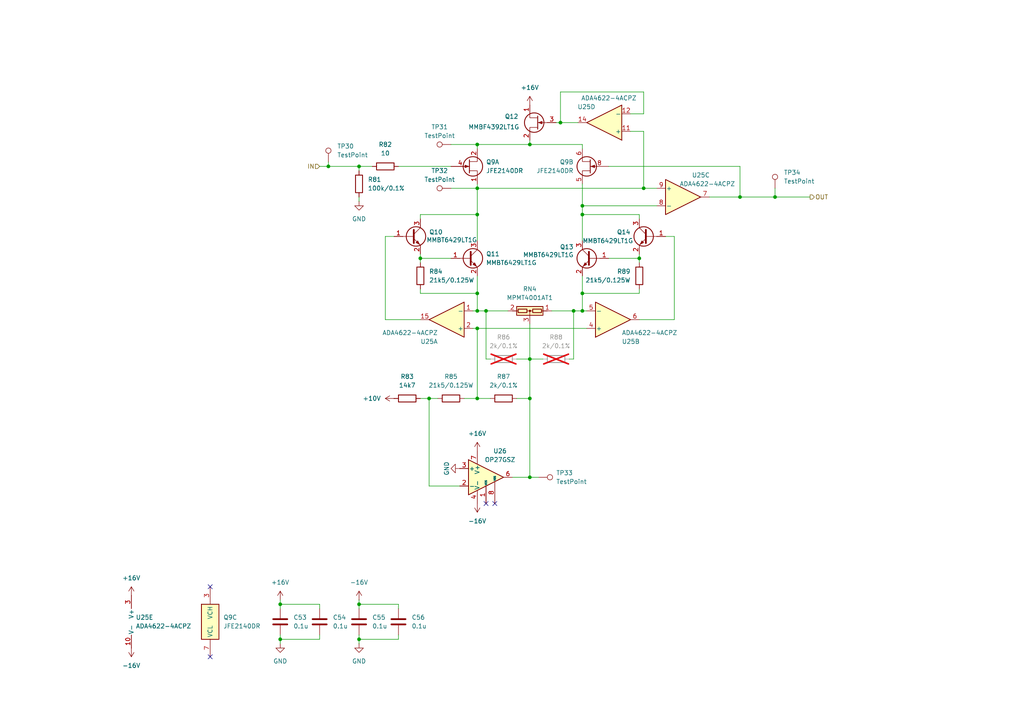
<source format=kicad_sch>
(kicad_sch (version 20250114) (generator "eeschema") (generator_version "9.0")
  (paper "A4")
  (lib_symbols
    (symbol "Amplifier_Operational:ADA4622-4xCP" (pin_names (offset 0.127))
      (property "Reference" "U" (at 2.54 6.35 0))
      (property "Value" "ADA4622-4xCP" (at 2.54 3.81 0))
      (symbol "ADA4622-4xCP_1_1"
        (polyline (pts (xy 5.08 0) (xy -5.08 5.08) (xy -5.08 -5.08) (xy 5.08 0)) (stroke (width 0.254)) (fill (type background)))
        (pin input line (at -7.62 2.54 0) (length 2.54) (name "+") (number "2"))
        (pin input line (at -7.62 -2.54 0) (length 2.54) (name "-") (number "1"))
        (pin output line (at 7.62 0 180) (length 2.54) (name "~") (number "15"))
      )
      (symbol "ADA4622-4xCP_2_1"
        (polyline (pts (xy -5.08 5.08) (xy -5.08 -5.08) (xy 5.08 0) (xy -5.08 5.08)) (stroke (width 0.254)) (fill (type background)))
        (pin input line (at -7.62 2.54 0) (length 2.54) (name "+") (number "4"))
        (pin input line (at -7.62 -2.54 0) (length 2.54) (name "-") (number "5"))
        (pin output line (at 7.62 0 180) (length 2.54) (name "~") (number "6"))
      )
      (symbol "ADA4622-4xCP_3_1"
        (polyline (pts (xy 5.08 0) (xy -5.08 5.08) (xy -5.08 -5.08) (xy 5.08 0)) (stroke (width 0.254)) (fill (type background)))
        (pin input line (at -7.62 2.54 0) (length 2.54) (name "+") (number "9"))
        (pin input line (at -7.62 -2.54 0) (length 2.54) (name "-") (number "8"))
        (pin output line (at 7.62 0 180) (length 2.54) (name "~") (number "7"))
      )
      (symbol "ADA4622-4xCP_4_1"
        (polyline (pts (xy -5.08 5.08) (xy 5.08 0) (xy -5.08 -5.08) (xy -5.08 5.08)) (stroke (width 0.254)) (fill (type background)))
        (pin input line (at -7.62 2.54 0) (length 2.54) (name "+") (number "11"))
        (pin input line (at -7.62 -2.54 0) (length 2.54) (name "-") (number "12"))
        (pin output line (at 7.62 0 180) (length 2.54) (name "~") (number "14"))
      )
      (symbol "ADA4622-4xCP_5_1"
        (pin passive line (at 0 7.62 270) (length 3.81) (hide yes) (name "V+") (number "17"))
        (pin power_in line (at 0 7.62 270) (length 3.81) (name "V+") (number "3"))
        (pin power_in line (at 0 -7.62 90) (length 3.81) (name "V-") (number "10"))
        (pin free line (at 2.54 2.54 180) (length 3.81) (hide yes) (name "NIC") (number "16"))
        (pin free line (at 2.54 0 180) (length 3.81) (hide yes) (name "NIC") (number "13"))
      )
    )
    (symbol "Amplifier_Operational:OP77" (pin_names (offset 0.127))
      (property "Reference" "U" (at 1.27 6.35 0))
      (property "Value" "OP77" (at 1.27 3.81 0))
      (symbol "OP77_0_1"
        (polyline (pts (xy -5.08 5.08) (xy 5.08 0) (xy -5.08 -5.08) (xy -5.08 5.08)) (stroke (width 0.254)) (fill (type background)))
      )
      (symbol "OP77_1_1"
        (pin input line (at -7.62 2.54 0) (length 2.54) (name "+") (number "3"))
        (pin input line (at -7.62 -2.54 0) (length 2.54) (name "-") (number "2"))
        (pin power_in line (at -2.54 7.62 270) (length 3.81) (name "V+") (number "7"))
        (pin power_in line (at -2.54 -7.62 90) (length 3.81) (name "V-") (number "4"))
        (pin no_connect line (at 0 2.54 270) (length 2.54) (hide yes) (name "NC") (number "5"))
        (pin input line (at 0 -7.62 90) (length 5.08) (name "VOS") (number "1"))
        (pin input line (at 2.54 -7.62 90) (length 6.35) (name "VOS") (number "8"))
        (pin output line (at 7.62 0 180) (length 2.54) (name "~") (number "6"))
      )
    )
    (symbol "Connector:TestPoint" (pin_numbers (hide yes)) (pin_names (offset 0.762) (hide yes))
      (property "Reference" "TP" (at 0 6.858 0))
      (property "Value" "TestPoint" (at 0 5.08 0))
      (symbol "TestPoint_0_1"
        (circle (center 0 3.302) (radius 0.762))
      )
      (symbol "TestPoint_1_1"
        (pin passive line (at 0 0 90) (length 2.54) (name "1") (number "1"))
      )
    )
    (symbol "Device:C" (pin_numbers (hide yes)) (pin_names (offset 0.254))
      (property "Reference" "C" (at 0.635 2.54 0))
      (property "Value" "C" (at 0.635 -2.54 0))
      (symbol "C_0_1"
        (polyline (pts (xy -2.032 0.762) (xy 2.032 0.762)) (stroke (width 0.508)))
        (polyline (pts (xy -2.032 -0.762) (xy 2.032 -0.762)) (stroke (width 0.508)))
      )
      (symbol "C_1_1"
        (pin passive line (at 0 3.81 270) (length 2.794) (name "~") (number "1"))
        (pin passive line (at 0 -3.81 90) (length 2.794) (name "~") (number "2"))
      )
    )
    (symbol "Device:R" (pin_numbers (hide yes)) (pin_names (offset 0))
      (property "Reference" "R" (at 2.032 0 90))
      (property "Value" "R" (at 0 0 90))
      (symbol "R_0_1"
        (rectangle (start -1.016 -2.54) (end 1.016 2.54) (stroke (width 0.254)))
      )
      (symbol "R_1_1"
        (pin passive line (at 0 3.81 270) (length 1.27) (name "~") (number "1"))
        (pin passive line (at 0 -3.81 90) (length 1.27) (name "~") (number "2"))
      )
    )
    (symbol "Device:VoltageDivider_CenterPin3" (pin_names (offset 0) (hide yes))
      (property "Reference" "RN" (at -4.445 0 90))
      (property "Value" "VoltageDivider_CenterPin3" (at -2.54 0 90))
      (symbol "VoltageDivider_CenterPin3_0_1"
        (rectangle (start -1.27 -3.81) (end 1.27 3.81) (stroke (width 0.254)) (fill (type background)))
        (rectangle (start -0.508 3.3782) (end 0.508 0.8382) (stroke (width 0.254)))
        (rectangle (start -0.508 -3.3782) (end 0.508 -0.8382) (stroke (width 0.254)))
        (polyline (pts (xy 0 5.08) (xy 0 3.3782)))
        (polyline (pts (xy 0 0.889) (xy 0 -0.889)))
        (circle (center 0 0.0254) (radius 0.254) (fill (type outline)))
        (polyline (pts (xy 0 -5.08) (xy 0 -3.429)))
        (polyline (pts (xy 1.27 0) (xy 0 0)))
      )
      (symbol "VoltageDivider_CenterPin3_1_1"
        (pin passive line (at 0 6.35 270) (length 2.54) (name "~") (number "1"))
        (pin passive line (at 0 -6.35 90) (length 2.54) (name "~") (number "2"))
        (pin passive line (at 3.81 0 180) (length 2.54) (name "~") (number "3"))
      )
    )
    (symbol "MADC_ARTY:+16V" (power) (pin_numbers (hide yes)) (pin_names (offset 0) (hide yes))
      (property "Value" "+16V" (at 0 3.556 0))
      (symbol "+16V_0_1"
        (polyline (pts (xy -0.762 1.27) (xy 0 2.54)))
        (polyline (pts (xy 0 2.54) (xy 0.762 1.27)))
        (polyline (pts (xy 0 0) (xy 0 2.54)))
      )
      (symbol "+16V_1_1"
        (pin power_in line (at 0 0 90) (length 0) (name "~") (number "1"))
      )
    )
    (symbol "MADC_ARTY:-16V" (power) (pin_numbers (hide yes)) (pin_names (offset 0) (hide yes))
      (property "Value" "-16V" (at 0 3.556 0))
      (symbol "-16V_0_1"
        (polyline (pts (xy -0.762 1.27) (xy 0 2.54)))
        (polyline (pts (xy 0 2.54) (xy 0.762 1.27)))
        (polyline (pts (xy 0 0) (xy 0 2.54)))
      )
      (symbol "-16V_1_1"
        (pin power_in line (at 0 0 90) (length 0) (name "~") (number "1"))
      )
    )
    (symbol "Transistor_BJT:Q_NPN_BEC" (pin_names (offset 0) (hide yes))
      (property "Reference" "Q" (at 5.08 1.27 0))
      (property "Value" "Q_NPN_BEC" (at 5.08 -1.27 0))
      (symbol "Q_NPN_BEC_0_1"
        (polyline (pts (xy -2.54 0) (xy 0.635 0)))
        (polyline (pts (xy 0.635 1.905) (xy 0.635 -1.905)) (stroke (width 0.508)))
        (circle (center 1.27 0) (radius 2.8194) (stroke (width 0.254)))
      )
      (symbol "Q_NPN_BEC_1_1"
        (polyline (pts (xy 0.635 0.635) (xy 2.54 2.54)))
        (polyline (pts (xy 0.635 -0.635) (xy 2.54 -2.54)))
        (polyline (pts (xy 1.27 -1.778) (xy 1.778 -1.27) (xy 2.286 -2.286) (xy 1.27 -1.778)) (fill (type outline)))
        (pin input line (at -5.08 0 0) (length 2.54) (name "B") (number "1"))
        (pin passive line (at 2.54 5.08 270) (length 2.54) (name "C") (number "3"))
        (pin passive line (at 2.54 -5.08 90) (length 2.54) (name "E") (number "2"))
      )
    )
    (symbol "Transistor_FET:JFE2140D"
      (property "Reference" "Q" (at 5.08 1.27 0))
      (property "Value" "JFE2140D" (at 8.89 -1.27 0))
      (symbol "JFE2140D_1_1"
        (polyline (pts (xy 0 0) (xy -1.016 0.381) (xy -1.016 -0.381) (xy 0 0)) (fill (type outline)))
        (polyline (pts (xy 0.254 1.905) (xy 0.254 -1.905) (xy 0.254 -1.905)) (stroke (width 0.254)))
        (circle (center 1.27 0) (radius 2.8194) (stroke (width 0.254)))
        (polyline (pts (xy 2.54 2.54) (xy 2.54 1.397) (xy 0.254 1.397)))
        (polyline (pts (xy 2.54 -2.54) (xy 2.54 -1.27) (xy 0.254 -1.27)))
        (pin input line (at -5.08 0 0) (length 5.334) (name "~") (number "4"))
        (pin passive line (at 2.54 5.08 270) (length 2.54) (name "~") (number "2"))
        (pin passive line (at 2.54 -5.08 90) (length 2.54) (name "~") (number "1"))
      )
      (symbol "JFE2140D_2_1"
        (polyline (pts (xy 0 0) (xy -1.016 0.381) (xy -1.016 -0.381) (xy 0 0)) (fill (type outline)))
        (polyline (pts (xy 0.254 1.905) (xy 0.254 -1.905) (xy 0.254 -1.905)) (stroke (width 0.254)))
        (circle (center 1.27 0) (radius 2.8194) (stroke (width 0.254)))
        (polyline (pts (xy 2.54 2.54) (xy 2.54 1.397) (xy 0.254 1.397)))
        (polyline (pts (xy 2.54 -2.54) (xy 2.54 -1.27) (xy 0.254 -1.27)))
        (pin input line (at -5.08 0 0) (length 5.334) (name "~") (number "8"))
        (pin passive line (at 2.54 5.08 270) (length 2.54) (name "~") (number "6"))
        (pin passive line (at 2.54 -5.08 90) (length 2.54) (name "~") (number "5"))
      )
      (symbol "JFE2140D_3_0"
        (pin passive line (at 0 10.16 270) (length 5.08) (name "VCH") (number "3"))
        (pin passive line (at 0 -10.16 90) (length 5.08) (name "VCL") (number "7"))
      )
      (symbol "JFE2140D_3_1"
        (rectangle (start -2.54 5.08) (end 2.54 -5.08) (stroke (width 0.254)) (fill (type background)))
      )
    )
    (symbol "Transistor_FET:MMBF4392" (pin_names (hide yes))
      (property "Reference" "Q" (at 5.08 1.905 0))
      (property "Value" "MMBF4392" (at 5.08 0 0))
      (symbol "MMBF4392_0_1"
        (polyline (pts (xy 0 0) (xy -1.016 0.381) (xy -1.016 -0.381) (xy 0 0)) (fill (type outline)))
        (polyline (pts (xy 0.254 1.905) (xy 0.254 -1.905)) (stroke (width 0.254)))
        (polyline (pts (xy 0.254 0) (xy -2.54 0)))
        (circle (center 1.27 0) (radius 2.8194) (stroke (width 0.254)))
        (polyline (pts (xy 2.54 2.54) (xy 2.54 1.397) (xy 0.254 1.397)))
        (polyline (pts (xy 2.54 -2.54) (xy 2.54 -1.397) (xy 0.254 -1.397)))
      )
      (symbol "MMBF4392_1_1"
        (pin input line (at -5.08 0 0) (length 2.54) (name "G") (number "3"))
        (pin passive line (at 2.54 5.08 270) (length 2.54) (name "D") (number "1"))
        (pin passive line (at 2.54 -5.08 90) (length 2.54) (name "S") (number "2"))
      )
    )
    (symbol "power:+10V" (power) (pin_numbers (hide yes)) (pin_names (offset 0) (hide yes))
      (property "Value" "+10V" (at 0 3.556 0))
      (symbol "+10V_0_1"
        (polyline (pts (xy -0.762 1.27) (xy 0 2.54)))
        (polyline (pts (xy 0 2.54) (xy 0.762 1.27)))
        (polyline (pts (xy 0 0) (xy 0 2.54)))
      )
      (symbol "+10V_1_1"
        (pin power_in line (at 0 0 90) (length 0) (name "~") (number "1"))
      )
    )
    (symbol "power:GND" (power) (pin_numbers (hide yes)) (pin_names (offset 0) (hide yes))
      (property "Value" "GND" (at 0 -3.81 0))
      (symbol "GND_0_1"
        (polyline (pts (xy 0 0) (xy 0 -1.27) (xy 1.27 -1.27) (xy 0 -2.54) (xy -1.27 -1.27) (xy 0 -1.27)))
      )
      (symbol "GND_1_1"
        (pin power_in line (at 0 0 270) (length 0) (name "~") (number "1"))
      )
    )
  )
  (junction (at 138.43 95.25))
  (junction (at 153.67 104.14))
  (junction (at 81.28 175.26))
  (junction (at 168.91 90.17))
  (junction (at 104.14 185.42))
  (junction (at 168.91 59.69))
  (junction (at 138.43 41.91))
  (junction (at 104.14 48.26))
  (junction (at 168.91 85.09))
  (junction (at 162.56 35.56))
  (junction (at 124.46 115.57))
  (junction (at 186.69 54.61))
  (junction (at 138.43 54.61))
  (junction (at 104.14 175.26))
  (junction (at 138.43 90.17))
  (junction (at 95.25 48.26))
  (junction (at 214.63 57.15))
  (junction (at 153.67 115.57))
  (junction (at 153.67 41.91))
  (junction (at 224.79 57.15))
  (junction (at 185.42 74.93))
  (junction (at 138.43 85.09))
  (junction (at 140.97 90.17))
  (junction (at 138.43 115.57))
  (junction (at 138.43 62.23))
  (junction (at 121.92 74.93))
  (junction (at 166.37 90.17))
  (junction (at 153.67 138.43))
  (junction (at 81.28 185.42))
  (junction (at 168.91 62.23))
  (no_connect (at 140.97 146.05))
  (no_connect (at 60.96 170.18))
  (no_connect (at 143.51 146.05))
  (no_connect (at 60.96 190.5))
  (wire (pts (xy 104.14 175.26) (xy 115.57 175.26)))
  (wire (pts (xy 140.97 90.17) (xy 140.97 104.14)))
  (wire (pts (xy 104.14 57.15) (xy 104.14 58.42)))
  (wire (pts (xy 214.63 48.26) (xy 214.63 57.15)))
  (wire (pts (xy 185.42 62.23) (xy 185.42 63.5)))
  (wire (pts (xy 81.28 175.26) (xy 92.71 175.26)))
  (wire (pts (xy 138.43 43.18) (xy 138.43 41.91)))
  (wire (pts (xy 130.81 54.61) (xy 138.43 54.61)))
  (wire (pts (xy 138.43 115.57) (xy 142.24 115.57)))
  (wire (pts (xy 168.91 85.09) (xy 168.91 90.17)))
  (wire (pts (xy 121.92 73.66) (xy 121.92 74.93)))
  (wire (pts (xy 185.42 83.82) (xy 185.42 85.09)))
  (wire (pts (xy 168.91 69.85) (xy 168.91 62.23)))
  (wire (pts (xy 104.14 185.42) (xy 115.57 185.42)))
  (wire (pts (xy 195.58 68.58) (xy 193.04 68.58)))
  (wire (pts (xy 104.14 173.99) (xy 104.14 175.26)))
  (wire (pts (xy 168.91 59.69) (xy 168.91 62.23)))
  (wire (pts (xy 137.16 95.25) (xy 138.43 95.25)))
  (wire (pts (xy 92.71 185.42) (xy 92.71 184.15)))
  (wire (pts (xy 186.69 33.02) (xy 186.69 26.67)))
  (wire (pts (xy 185.42 85.09) (xy 168.91 85.09)))
  (wire (pts (xy 205.74 57.15) (xy 214.63 57.15)))
  (wire (pts (xy 176.53 74.93) (xy 185.42 74.93)))
  (wire (pts (xy 115.57 48.26) (xy 130.81 48.26)))
  (wire (pts (xy 81.28 185.42) (xy 92.71 185.42)))
  (wire (pts (xy 161.29 35.56) (xy 162.56 35.56)))
  (wire (pts (xy 138.43 69.85) (xy 138.43 62.23)))
  (wire (pts (xy 81.28 175.26) (xy 81.28 176.53)))
  (wire (pts (xy 133.35 140.97) (xy 124.46 140.97)))
  (wire (pts (xy 168.91 53.34) (xy 168.91 59.69)))
  (wire (pts (xy 162.56 26.67) (xy 186.69 26.67)))
  (wire (pts (xy 162.56 35.56) (xy 162.56 26.67)))
  (wire (pts (xy 153.67 41.91) (xy 168.91 41.91)))
  (wire (pts (xy 153.67 138.43) (xy 156.21 138.43)))
  (wire (pts (xy 138.43 85.09) (xy 138.43 90.17)))
  (wire (pts (xy 182.88 38.1) (xy 186.69 38.1)))
  (wire (pts (xy 138.43 80.01) (xy 138.43 85.09)))
  (wire (pts (xy 186.69 33.02) (xy 182.88 33.02)))
  (wire (pts (xy 162.56 35.56) (xy 167.64 35.56)))
  (wire (pts (xy 153.67 104.14) (xy 153.67 115.57)))
  (wire (pts (xy 121.92 85.09) (xy 138.43 85.09)))
  (wire (pts (xy 124.46 115.57) (xy 127 115.57)))
  (wire (pts (xy 224.79 57.15) (xy 234.95 57.15)))
  (wire (pts (xy 121.92 62.23) (xy 121.92 63.5)))
  (wire (pts (xy 195.58 92.71) (xy 185.42 92.71)))
  (wire (pts (xy 148.59 138.43) (xy 153.67 138.43)))
  (wire (pts (xy 92.71 48.26) (xy 95.25 48.26)))
  (wire (pts (xy 121.92 74.93) (xy 130.81 74.93)))
  (wire (pts (xy 81.28 184.15) (xy 81.28 185.42)))
  (wire (pts (xy 186.69 38.1) (xy 186.69 54.61)))
  (wire (pts (xy 121.92 115.57) (xy 124.46 115.57)))
  (wire (pts (xy 138.43 54.61) (xy 138.43 62.23)))
  (wire (pts (xy 115.57 185.42) (xy 115.57 184.15)))
  (wire (pts (xy 104.14 184.15) (xy 104.14 185.42)))
  (wire (pts (xy 176.53 48.26) (xy 214.63 48.26)))
  (wire (pts (xy 115.57 176.53) (xy 115.57 175.26)))
  (wire (pts (xy 149.86 115.57) (xy 153.67 115.57)))
  (wire (pts (xy 138.43 62.23) (xy 121.92 62.23)))
  (wire (pts (xy 166.37 90.17) (xy 168.91 90.17)))
  (wire (pts (xy 138.43 90.17) (xy 140.97 90.17)))
  (wire (pts (xy 142.24 104.14) (xy 140.97 104.14)))
  (wire (pts (xy 165.1 104.14) (xy 166.37 104.14)))
  (wire (pts (xy 95.25 46.99) (xy 95.25 48.26)))
  (wire (pts (xy 137.16 90.17) (xy 138.43 90.17)))
  (wire (pts (xy 138.43 54.61) (xy 186.69 54.61)))
  (wire (pts (xy 153.67 40.64) (xy 153.67 41.91)))
  (wire (pts (xy 124.46 140.97) (xy 124.46 115.57)))
  (wire (pts (xy 168.91 59.69) (xy 190.5 59.69)))
  (wire (pts (xy 134.62 115.57) (xy 138.43 115.57)))
  (wire (pts (xy 104.14 48.26) (xy 107.95 48.26)))
  (wire (pts (xy 168.91 90.17) (xy 170.18 90.17)))
  (wire (pts (xy 168.91 62.23) (xy 185.42 62.23)))
  (wire (pts (xy 81.28 185.42) (xy 81.28 186.69)))
  (wire (pts (xy 168.91 41.91) (xy 168.91 43.18)))
  (wire (pts (xy 92.71 176.53) (xy 92.71 175.26)))
  (wire (pts (xy 121.92 76.2) (xy 121.92 74.93)))
  (wire (pts (xy 185.42 76.2) (xy 185.42 74.93)))
  (wire (pts (xy 160.02 90.17) (xy 166.37 90.17)))
  (wire (pts (xy 140.97 90.17) (xy 147.32 90.17)))
  (wire (pts (xy 104.14 175.26) (xy 104.14 176.53)))
  (wire (pts (xy 224.79 54.61) (xy 224.79 57.15)))
  (wire (pts (xy 138.43 41.91) (xy 153.67 41.91)))
  (wire (pts (xy 168.91 80.01) (xy 168.91 85.09)))
  (wire (pts (xy 104.14 48.26) (xy 104.14 49.53)))
  (wire (pts (xy 104.14 185.42) (xy 104.14 186.69)))
  (wire (pts (xy 138.43 53.34) (xy 138.43 54.61)))
  (wire (pts (xy 138.43 95.25) (xy 138.43 115.57)))
  (wire (pts (xy 153.67 115.57) (xy 153.67 138.43)))
  (wire (pts (xy 138.43 95.25) (xy 170.18 95.25)))
  (wire (pts (xy 185.42 73.66) (xy 185.42 74.93)))
  (wire (pts (xy 214.63 57.15) (xy 224.79 57.15)))
  (wire (pts (xy 121.92 83.82) (xy 121.92 85.09)))
  (wire (pts (xy 195.58 68.58) (xy 195.58 92.71)))
  (wire (pts (xy 130.81 41.91) (xy 138.43 41.91)))
  (wire (pts (xy 166.37 90.17) (xy 166.37 104.14)))
  (wire (pts (xy 81.28 173.99) (xy 81.28 175.26)))
  (wire (pts (xy 149.86 104.14) (xy 153.67 104.14)))
  (wire (pts (xy 111.76 68.58) (xy 114.3 68.58)))
  (wire (pts (xy 153.67 93.98) (xy 153.67 104.14)))
  (wire (pts (xy 186.69 54.61) (xy 190.5 54.61)))
  (wire (pts (xy 121.92 92.71) (xy 111.76 92.71)))
  (wire (pts (xy 111.76 92.71) (xy 111.76 68.58)))
  (wire (pts (xy 95.25 48.26) (xy 104.14 48.26)))
  (wire (pts (xy 153.67 104.14) (xy 157.48 104.14)))
  (hierarchical_label "IN" (shape input) (at 92.71 48.26 180))
  (hierarchical_label "OUT" (shape output) (at 234.95 57.15 0))
  (symbol (lib_id "MADC_ARTY:-16V") (at 38.1 187.96 180) (unit 1)
    (property "Reference" "#PWR02" (effects (hide yes)))
    (property "Value" "-16V" (at 38.1 193.04 0))
    (property "Description" "Power symbol creates a global label" (effects (hide yes)))
    (instances (project "" (path "" (reference "#PWR0168") (unit 1)) (path "" (reference "#PWR02") (unit 1))))
  )
  (symbol (lib_id "MADC_ARTY:+16V") (at 153.67 30.48 0) (unit 1)
    (property "Reference" "#PWR012" (effects (hide yes)))
    (property "Value" "+16V" (at 153.67 25.4 0))
    (property "Description" "Power symbol creates a global label" (effects (hide yes)))
    (instances (project "MADC_ARTY" (path "" (reference "#PWR0178") (unit 1)) (path "" (reference "#PWR012") (unit 1))))
  )
  (symbol (lib_id "power:GND") (at 81.28 186.69 0) (unit 1)
    (property "Reference" "#PWR04" (effects (hide yes)))
    (property "Value" "GND" (at 81.28 191.77 0))
    (property "Description" "Power symbol creates a global label with name \"GND\" , ground" (effects (hide yes)))
    (instances (project "MADC_ARTY" (path "" (reference "#PWR0170") (unit 1)) (path "" (reference "#PWR04") (unit 1))))
  )
  (symbol (lib_id "Transistor_FET:JFE2140D") (at 135.89 48.26 0) (unit 1)
    (property "Reference" "Q1" (at 140.97 46.9899 0) (effects (justify left)))
    (property "Value" "JFE2140DR" (at 140.97 49.5299 0) (effects (justify left)))
    (property "Footprint" "Package_SO:SOIC-8_3.9x4.9mm_P1.27mm" (effects (hide yes)))
    (property "Datasheet" "https://www.ti.com/lit/ds/symlink/jfe2140.pdf" (effects (hide yes)))
    (property "Description" "Ultra-Low Noise, Matched, Dual, Low-Gate Current, Discrete, Audio, N‑Channel JFET, SOIC-8" (effects (hide yes)))
    (instances (project "MADC_ARTY" (path "" (reference "Q9") (unit 1)) (path "" (reference "Q1") (unit 1))))
  )
  (symbol (lib_id "Device:R") (at 121.92 80.01 180) (unit 1)
    (property "Reference" "R4" (at 124.46 78.7399 0) (effects (justify right)))
    (property "Value" "21k5/0.125W" (at 124.46 81.2799 0) (effects (justify right)))
    (property "Footprint" "Resistor_SMD:R_0603_1608Metric" (effects (hide yes)))
    (property "Description" "Resistor" (effects (hide yes)))
    (instances (project "MADC_ARTY" (path "" (reference "R84") (unit 1)) (path "" (reference "R4") (unit 1))))
  )
  (symbol (lib_id "Transistor_BJT:Q_NPN_BEC") (at 119.38 68.58 0) (unit 1)
    (property "Reference" "Q2" (at 124.46 67.3099 0) (effects (justify left)))
    (property "Value" "MMBT6429LT1G" (at 123.698 69.596 0) (effects (justify left)))
    (property "Footprint" "Package_TO_SOT_SMD:SOT-23" (effects (hide yes)))
    (property "Datasheet" "https://www.onsemi.com/pdf/datasheet/mmbt6428lt1-d.pdf" (effects (hide yes)))
    (property "Description" "NPN transistor, base/emitter/collector" (effects (hide yes)))
    (instances (project "MADC_ARTY" (path "" (reference "Q10") (unit 1)) (path "" (reference "Q2") (unit 1))))
  )
  (symbol (lib_id "Connector:TestPoint") (at 224.79 54.61 0) (unit 1) (in_bom no)
    (property "Reference" "TP5" (at 227.33 50.0379 0) (effects (justify left)))
    (property "Value" "TestPoint" (at 227.33 52.5779 0) (effects (justify left)))
    (property "Footprint" "TestPoint:TestPoint_Pad_D2.0mm" (effects (hide yes)))
    (property "Description" "test point" (effects (hide yes)))
    (instances (project "MADC_ARTY" (path "" (reference "TP34") (unit 1)) (path "" (reference "TP5") (unit 1))))
  )
  (symbol (lib_id "Amplifier_Operational:ADA4622-4xCP") (at 198.12 57.15 0) (unit 3)
    (property "Reference" "U1" (at 200.66 50.8 0) (effects (justify left)))
    (property "Value" "ADA4622-4ACPZ" (at 197.104 53.34 0) (effects (justify left)))
    (property "Footprint" "Package_CSP:Analog_LFCSP-16-1EP_4x4mm_P0.65mm_EP2.35x2.35mm" (effects (hide yes)))
    (property "Datasheet" "https://www.analog.com/media/en/technical-documentation/data-sheets/ada4622-1-4622-2-4622-4.pdf" (effects (hide yes)))
    (property "Description" "Analog Devices Quad 30V, 8MHz, Low Bias Current, Single Supply, RRO, Precision Op Amp, LFCSP-16" (effects (hide yes)))
    (instances (project "MADC_ARTY" (path "" (reference "U25") (unit 3)) (path "" (reference "U1") (unit 3))))
  )
  (symbol (lib_id "Device:R") (at 185.42 80.01 0) (mirror x) (unit 1)
    (property "Reference" "R9" (at 182.88 78.7399 0) (effects (justify right)))
    (property "Value" "21k5/0.125W" (at 182.88 81.2799 0) (effects (justify right)))
    (property "Footprint" "Resistor_SMD:R_0603_1608Metric" (effects (hide yes)))
    (property "Description" "Resistor" (effects (hide yes)))
    (instances (project "MADC_ARTY" (path "" (reference "R89") (unit 1)) (path "" (reference "R9") (unit 1))))
  )
  (symbol (lib_id "Device:C") (at 104.14 180.34 0) (unit 1)
    (property "Reference" "C3" (at 107.95 179.0699 0) (effects (justify left)))
    (property "Value" "0.1u" (at 107.95 181.6099 0) (effects (justify left)))
    (property "Footprint" "Capacitor_SMD:C_0603_1608Metric" (effects (hide yes)))
    (property "Description" "Unpolarized capacitor" (effects (hide yes)))
    (instances (project "MADC_ARTY" (path "" (reference "C55") (unit 1)) (path "" (reference "C3") (unit 1))))
  )
  (symbol (lib_id "MADC_ARTY:+16V") (at 81.28 173.99 0) (unit 1)
    (property "Reference" "#PWR03" (effects (hide yes)))
    (property "Value" "+16V" (at 81.28 168.91 0))
    (property "Description" "Power symbol creates a global label" (effects (hide yes)))
    (instances (project "MADC_ARTY" (path "" (reference "#PWR0169") (unit 1)) (path "" (reference "#PWR03") (unit 1))))
  )
  (symbol (lib_id "Device:R") (at 104.14 53.34 0) (unit 1)
    (property "Reference" "R1" (at 106.68 52.0699 0) (effects (justify left)))
    (property "Value" "100k/0.1%" (at 106.68 54.6099 0) (effects (justify left)))
    (property "Footprint" "Resistor_SMD:R_0603_1608Metric" (effects (hide yes)))
    (property "Description" "Resistor" (effects (hide yes)))
    (instances (project "" (path "" (reference "R81") (unit 1)) (path "" (reference "R1") (unit 1))))
  )
  (symbol (lib_id "Device:R") (at 161.29 104.14 90) (unit 1) (dnp yes)
    (property "Reference" "R8" (at 161.29 97.79 90))
    (property "Value" "2k/0.1%" (at 161.29 100.33 90))
    (property "Footprint" "Resistor_SMD:R_0603_1608Metric" (effects (hide yes)))
    (property "Description" "Resistor" (effects (hide yes)))
    (instances (project "MADC_ARTY" (path "" (reference "R88") (unit 1)) (path "" (reference "R8") (unit 1))))
  )
  (symbol (lib_id "Connector:TestPoint") (at 156.21 138.43 270) (unit 1) (in_bom no)
    (property "Reference" "TP4" (at 161.29 137.1599 90) (effects (justify left)))
    (property "Value" "TestPoint" (at 161.29 139.6999 90) (effects (justify left)))
    (property "Footprint" "TestPoint:TestPoint_Pad_D2.0mm" (effects (hide yes)))
    (property "Description" "test point" (effects (hide yes)))
    (instances (project "MADC_ARTY" (path "" (reference "TP33") (unit 1)) (path "" (reference "TP4") (unit 1))))
  )
  (symbol (lib_id "Connector:TestPoint") (at 130.81 54.61 90) (unit 1) (in_bom no)
    (property "Reference" "TP3" (at 127.508 49.53 90))
    (property "Value" "TestPoint" (at 127.508 52.07 90))
    (property "Footprint" "TestPoint:TestPoint_Pad_D2.0mm" (effects (hide yes)))
    (property "Description" "test point" (effects (hide yes)))
    (instances (project "MADC_ARTY" (path "" (reference "TP32") (unit 1)) (path "" (reference "TP3") (unit 1))))
  )
  (symbol (lib_id "power:GND") (at 104.14 58.42 0) (unit 1)
    (property "Reference" "#PWR05" (effects (hide yes)))
    (property "Value" "GND" (at 104.14 63.5 0))
    (property "Description" "Power symbol creates a global label with name \"GND\" , ground" (effects (hide yes)))
    (instances (project "" (path "" (reference "#PWR0171") (unit 1)) (path "" (reference "#PWR05") (unit 1))))
  )
  (symbol (lib_id "Transistor_FET:JFE2140D") (at 171.45 48.26 0) (mirror y) (unit 2)
    (property "Reference" "Q1" (at 166.37 46.9899 0) (effects (justify left)))
    (property "Value" "JFE2140DR" (at 166.37 49.5299 0) (effects (justify left)))
    (property "Footprint" "Package_SO:SOIC-8_3.9x4.9mm_P1.27mm" (effects (hide yes)))
    (property "Datasheet" "https://www.ti.com/lit/ds/symlink/jfe2140.pdf" (effects (hide yes)))
    (property "Description" "Ultra-Low Noise, Matched, Dual, Low-Gate Current, Discrete, Audio, N‑Channel JFET, SOIC-8" (effects (hide yes)))
    (instances (project "MADC_ARTY" (path "" (reference "Q9") (unit 2)) (path "" (reference "Q1") (unit 2))))
  )
  (symbol (lib_id "MADC_ARTY:-16V") (at 104.14 173.99 0) (unit 1)
    (property "Reference" "#PWR06" (effects (hide yes)))
    (property "Value" "-16V" (at 104.14 168.91 0))
    (property "Description" "Power symbol creates a global label" (effects (hide yes)))
    (instances (project "MADC_ARTY" (path "" (reference "#PWR0172") (unit 1)) (path "" (reference "#PWR06") (unit 1))))
  )
  (symbol (lib_id "Device:R") (at 146.05 115.57 90) (unit 1)
    (property "Reference" "R7" (at 146.05 109.22 90))
    (property "Value" "2k/0.1%" (at 146.05 111.76 90))
    (property "Footprint" "Resistor_SMD:R_0603_1608Metric" (effects (hide yes)))
    (property "Description" "Resistor" (effects (hide yes)))
    (instances (project "MADC_ARTY" (path "" (reference "R87") (unit 1)) (path "" (reference "R7") (unit 1))))
  )
  (symbol (lib_id "Device:VoltageDivider_CenterPin3") (at 153.67 90.17 270) (unit 1)
    (property "Reference" "RN1" (at 153.67 83.82 90))
    (property "Value" "MPMT4001AT1" (at 153.67 86.36 90))
    (property "Footprint" "Package_TO_SOT_SMD:SOT-23" (effects (hide yes)))
    (property "Description" "Voltage divider, center on pin 3" (effects (hide yes)))
    (instances (project "MADC_ARTY" (path "" (reference "RN4") (unit 1)) (path "" (reference "RN1") (unit 1))))
  )
  (symbol (lib_id "Amplifier_Operational:OP77") (at 140.97 138.43 0) (unit 1)
    (property "Reference" "U2" (at 145.034 130.81 0))
    (property "Value" "OP27GSZ" (at 145.034 133.35 0))
    (property "Footprint" "Package_SO:SOIC-8_3.9x4.9mm_P1.27mm" (effects (hide yes)))
    (property "Datasheet" "https://www.analog.com/media/en/technical-documentation/data-sheets/op27.pdf" (effects (hide yes)))
    (property "Description" "Low Noise, Precision Operational Amplifier" (effects (hide yes)))
    (instances (project "" (path "" (reference "U26") (unit 1)) (path "" (reference "U2") (unit 1))))
  )
  (symbol (lib_id "Transistor_FET:MMBF4392") (at 156.21 35.56 0) (mirror y) (unit 1)
    (property "Reference" "Q4" (at 150.368 33.782 0) (effects (justify left)))
    (property "Value" "MMBF4392LT1G" (at 150.622 36.83 0) (effects (justify left)))
    (property "Footprint" "Package_TO_SOT_SMD:SOT-23" (effects (hide yes)))
    (property "Datasheet" "https://www.onsemi.com/pub/Collateral/MMBF4391LT1-D.PDF" (effects (hide yes)))
    (property "Description" "25mA min, 30V, 60mOhm max, 2-5V Vgs(off), N-Channel JFET, SOT-23" (effects (hide yes)))
    (instances (project "MADC_ARTY" (path "" (reference "Q12") (unit 1)) (path "" (reference "Q4") (unit 1))))
  )
  (symbol (lib_id "Amplifier_Operational:ADA4622-4xCP") (at 38.1 180.34 0) (unit 5)
    (property "Reference" "U1" (at 39.37 179.0699 0) (effects (justify left)))
    (property "Value" "ADA4622-4ACPZ" (at 39.37 181.6099 0) (effects (justify left)))
    (property "Footprint" "Package_CSP:Analog_LFCSP-16-1EP_4x4mm_P0.65mm_EP2.35x2.35mm" (effects (hide yes)))
    (property "Datasheet" "https://www.analog.com/media/en/technical-documentation/data-sheets/ada4622-1-4622-2-4622-4.pdf" (effects (hide yes)))
    (property "Description" "Analog Devices Quad 30V, 8MHz, Low Bias Current, Single Supply, RRO, Precision Op Amp, LFCSP-16" (effects (hide yes)))
    (instances (project "MADC_ARTY" (path "" (reference "U25") (unit 5)) (path "" (reference "U1") (unit 5))))
  )
  (symbol (lib_id "MADC_ARTY:+16V") (at 138.43 130.81 0) (unit 1)
    (property "Reference" "#PWR010" (effects (hide yes)))
    (property "Value" "+16V" (at 138.43 125.73 0))
    (property "Description" "Power symbol creates a global label" (effects (hide yes)))
    (instances (project "MADC_ARTY" (path "" (reference "#PWR0176") (unit 1)) (path "" (reference "#PWR010") (unit 1))))
  )
  (symbol (lib_id "Device:R") (at 118.11 115.57 90) (unit 1)
    (property "Reference" "R3" (at 118.11 109.22 90))
    (property "Value" "14k7" (at 118.11 111.76 90))
    (property "Footprint" "Resistor_SMD:R_0603_1608Metric" (effects (hide yes)))
    (property "Description" "Resistor" (effects (hide yes)))
    (instances (project "MADC_ARTY" (path "" (reference "R83") (unit 1)) (path "" (reference "R3") (unit 1))))
  )
  (symbol (lib_id "power:GND") (at 104.14 186.69 0) (unit 1)
    (property "Reference" "#PWR07" (effects (hide yes)))
    (property "Value" "GND" (at 104.14 191.77 0))
    (property "Description" "Power symbol creates a global label with name \"GND\" , ground" (effects (hide yes)))
    (instances (project "MADC_ARTY" (path "" (reference "#PWR0173") (unit 1)) (path "" (reference "#PWR07") (unit 1))))
  )
  (symbol (lib_id "Transistor_BJT:Q_NPN_BEC") (at 171.45 74.93 0) (mirror y) (unit 1)
    (property "Reference" "Q5" (at 166.37 71.628 0) (effects (justify left)))
    (property "Value" "MMBT6429LT1G" (at 166.37 73.914 0) (effects (justify left)))
    (property "Footprint" "Package_TO_SOT_SMD:SOT-23" (effects (hide yes)))
    (property "Datasheet" "https://www.onsemi.com/pdf/datasheet/mmbt6428lt1-d.pdf" (effects (hide yes)))
    (property "Description" "NPN transistor, base/emitter/collector" (effects (hide yes)))
    (instances (project "MADC_ARTY" (path "" (reference "Q13") (unit 1)) (path "" (reference "Q5") (unit 1))))
  )
  (symbol (lib_id "Connector:TestPoint") (at 95.25 46.99 0) (unit 1) (in_bom no)
    (property "Reference" "TP1" (at 97.79 42.4179 0) (effects (justify left)))
    (property "Value" "TestPoint" (at 97.79 44.9579 0) (effects (justify left)))
    (property "Footprint" "TestPoint:TestPoint_Pad_D2.0mm" (effects (hide yes)))
    (property "Description" "test point" (effects (hide yes)))
    (instances (project "MADC_ARTY" (path "" (reference "TP30") (unit 1)) (path "" (reference "TP1") (unit 1))))
  )
  (symbol (lib_id "Amplifier_Operational:ADA4622-4xCP") (at 129.54 92.71 180) (unit 1)
    (property "Reference" "U1" (at 127 99.06 0) (effects (justify left)))
    (property "Value" "ADA4622-4ACPZ" (at 127 96.52 0) (effects (justify left)))
    (property "Footprint" "Package_CSP:Analog_LFCSP-16-1EP_4x4mm_P0.65mm_EP2.35x2.35mm" (effects (hide yes)))
    (property "Datasheet" "https://www.analog.com/media/en/technical-documentation/data-sheets/ada4622-1-4622-2-4622-4.pdf" (effects (hide yes)))
    (property "Description" "Analog Devices Quad 30V, 8MHz, Low Bias Current, Single Supply, RRO, Precision Op Amp, LFCSP-16" (effects (hide yes)))
    (instances (project "MADC_ARTY" (path "" (reference "U25") (unit 1)) (path "" (reference "U1") (unit 1))))
  )
  (symbol (lib_id "Connector:TestPoint") (at 130.81 41.91 90) (unit 1) (in_bom no)
    (property "Reference" "TP2" (at 127.508 36.83 90))
    (property "Value" "TestPoint" (at 127.508 39.37 90))
    (property "Footprint" "TestPoint:TestPoint_Pad_D2.0mm" (effects (hide yes)))
    (property "Description" "test point" (effects (hide yes)))
    (instances (project "MADC_ARTY" (path "" (reference "TP31") (unit 1)) (path "" (reference "TP2") (unit 1))))
  )
  (symbol (lib_id "Device:C") (at 92.71 180.34 0) (unit 1)
    (property "Reference" "C2" (at 96.52 179.0699 0) (effects (justify left)))
    (property "Value" "0.1u" (at 96.52 181.6099 0) (effects (justify left)))
    (property "Footprint" "Capacitor_SMD:C_0603_1608Metric" (effects (hide yes)))
    (property "Description" "Unpolarized capacitor" (effects (hide yes)))
    (instances (project "MADC_ARTY" (path "" (reference "C54") (unit 1)) (path "" (reference "C2") (unit 1))))
  )
  (symbol (lib_id "Amplifier_Operational:ADA4622-4xCP") (at 177.8 92.71 0) (mirror x) (unit 2)
    (property "Reference" "U1" (at 180.34 99.06 0) (effects (justify left)))
    (property "Value" "ADA4622-4ACPZ" (at 180.34 96.52 0) (effects (justify left)))
    (property "Footprint" "Package_CSP:Analog_LFCSP-16-1EP_4x4mm_P0.65mm_EP2.35x2.35mm" (effects (hide yes)))
    (property "Datasheet" "https://www.analog.com/media/en/technical-documentation/data-sheets/ada4622-1-4622-2-4622-4.pdf" (effects (hide yes)))
    (property "Description" "Analog Devices Quad 30V, 8MHz, Low Bias Current, Single Supply, RRO, Precision Op Amp, LFCSP-16" (effects (hide yes)))
    (instances (project "MADC_ARTY" (path "" (reference "U25") (unit 2)) (path "" (reference "U1") (unit 2))))
  )
  (symbol (lib_id "Device:R") (at 130.81 115.57 90) (unit 1)
    (property "Reference" "R5" (at 130.81 109.22 90))
    (property "Value" "21k5/0.125W" (at 130.81 111.76 90))
    (property "Footprint" "Resistor_SMD:R_0603_1608Metric" (effects (hide yes)))
    (property "Description" "Resistor" (effects (hide yes)))
    (instances (project "MADC_ARTY" (path "" (reference "R85") (unit 1)) (path "" (reference "R5") (unit 1))))
  )
  (symbol (lib_id "Transistor_FET:JFE2140D") (at 60.96 180.34 0) (unit 3)
    (property "Reference" "Q1" (at 64.77 179.0699 0) (effects (justify left)))
    (property "Value" "JFE2140DR" (at 64.77 181.6099 0) (effects (justify left)))
    (property "Footprint" "Package_SO:SOIC-8_3.9x4.9mm_P1.27mm" (effects (hide yes)))
    (property "Datasheet" "https://www.ti.com/lit/ds/symlink/jfe2140.pdf" (effects (hide yes)))
    (property "Description" "Ultra-Low Noise, Matched, Dual, Low-Gate Current, Discrete, Audio, N‑Channel JFET, SOIC-8" (effects (hide yes)))
    (instances (project "MADC_ARTY" (path "" (reference "Q9") (unit 3)) (path "" (reference "Q1") (unit 3))))
  )
  (symbol (lib_id "Transistor_BJT:Q_NPN_BEC") (at 187.96 68.58 0) (mirror y) (unit 1)
    (property "Reference" "Q6" (at 182.88 67.3099 0) (effects (justify left)))
    (property "Value" "MMBT6429LT1G" (at 183.642 69.85 0) (effects (justify left)))
    (property "Footprint" "Package_TO_SOT_SMD:SOT-23" (effects (hide yes)))
    (property "Datasheet" "https://www.onsemi.com/pdf/datasheet/mmbt6428lt1-d.pdf" (effects (hide yes)))
    (property "Description" "NPN transistor, base/emitter/collector" (effects (hide yes)))
    (instances (project "MADC_ARTY" (path "" (reference "Q14") (unit 1)) (path "" (reference "Q6") (unit 1))))
  )
  (symbol (lib_id "power:GND") (at 133.35 135.89 270) (unit 1)
    (property "Reference" "#PWR09" (effects (hide yes)))
    (property "Value" "GND" (at 129.54 135.89 0))
    (property "Description" "Power symbol creates a global label with name \"GND\" , ground" (effects (hide yes)))
    (instances (project "MADC_ARTY" (path "" (reference "#PWR0175") (unit 1)) (path "" (reference "#PWR09") (unit 1))))
  )
  (symbol (lib_id "MADC_ARTY:-16V") (at 138.43 146.05 180) (unit 1)
    (property "Reference" "#PWR011" (effects (hide yes)))
    (property "Value" "-16V" (at 138.43 151.13 0))
    (property "Description" "Power symbol creates a global label" (effects (hide yes)))
    (instances (project "MADC_ARTY" (path "" (reference "#PWR0177") (unit 1)) (path "" (reference "#PWR011") (unit 1))))
  )
  (symbol (lib_id "Device:R") (at 111.76 48.26 90) (unit 1)
    (property "Reference" "R2" (at 111.76 41.91 90))
    (property "Value" "10" (at 111.76 44.45 90))
    (property "Footprint" "Resistor_SMD:R_0603_1608Metric" (effects (hide yes)))
    (property "Description" "Resistor" (effects (hide yes)))
    (instances (project "" (path "" (reference "R82") (unit 1)) (path "" (reference "R2") (unit 1))))
  )
  (symbol (lib_id "power:+10V") (at 114.3 115.57 90) (unit 1)
    (property "Reference" "#PWR08" (effects (hide yes)))
    (property "Value" "+10V" (at 110.49 115.5699 90) (effects (justify left)))
    (property "Description" "Power symbol creates a global label with name \"+10V\"" (effects (hide yes)))
    (instances (project "MADC_ARTY" (path "" (reference "#PWR0174") (unit 1)) (path "" (reference "#PWR08") (unit 1))))
  )
  (symbol (lib_id "MADC_ARTY:+16V") (at 38.1 172.72 0) (unit 1)
    (property "Reference" "#PWR01" (effects (hide yes)))
    (property "Value" "+16V" (at 38.1 167.64 0))
    (property "Description" "Power symbol creates a global label" (effects (hide yes)))
    (instances (project "" (path "" (reference "#PWR0167") (unit 1)) (path "" (reference "#PWR01") (unit 1))))
  )
  (symbol (lib_id "Device:C") (at 81.28 180.34 0) (unit 1)
    (property "Reference" "C1" (at 85.09 179.0699 0) (effects (justify left)))
    (property "Value" "0.1u" (at 85.09 181.6099 0) (effects (justify left)))
    (property "Footprint" "Capacitor_SMD:C_0603_1608Metric" (effects (hide yes)))
    (property "Description" "Unpolarized capacitor" (effects (hide yes)))
    (instances (project "MADC_ARTY" (path "" (reference "C53") (unit 1)) (path "" (reference "C1") (unit 1))))
  )
  (symbol (lib_id "Transistor_BJT:Q_NPN_BEC") (at 135.89 74.93 0) (unit 1)
    (property "Reference" "Q3" (at 140.97 73.6599 0) (effects (justify left)))
    (property "Value" "MMBT6429LT1G" (at 140.97 76.1999 0) (effects (justify left)))
    (property "Footprint" "Package_TO_SOT_SMD:SOT-23" (effects (hide yes)))
    (property "Datasheet" "https://www.onsemi.com/pdf/datasheet/mmbt6428lt1-d.pdf" (effects (hide yes)))
    (property "Description" "NPN transistor, base/emitter/collector" (effects (hide yes)))
    (instances (project "MADC_ARTY" (path "" (reference "Q11") (unit 1)) (path "" (reference "Q3") (unit 1))))
  )
  (symbol (lib_id "Device:C") (at 115.57 180.34 0) (unit 1)
    (property "Reference" "C4" (at 119.38 179.0699 0) (effects (justify left)))
    (property "Value" "0.1u" (at 119.38 181.6099 0) (effects (justify left)))
    (property "Footprint" "Capacitor_SMD:C_0603_1608Metric" (effects (hide yes)))
    (property "Description" "Unpolarized capacitor" (effects (hide yes)))
    (instances (project "MADC_ARTY" (path "" (reference "C56") (unit 1)) (path "" (reference "C4") (unit 1))))
  )
  (symbol (lib_id "Device:R") (at 146.05 104.14 90) (unit 1) (dnp yes)
    (property "Reference" "R6" (at 146.05 97.79 90))
    (property "Value" "2k/0.1%" (at 146.05 100.33 90))
    (property "Footprint" "Resistor_SMD:R_0603_1608Metric" (effects (hide yes)))
    (property "Description" "Resistor" (effects (hide yes)))
    (instances (project "MADC_ARTY" (path "" (reference "R86") (unit 1)) (path "" (reference "R6") (unit 1))))
  )
  (symbol (lib_id "Amplifier_Operational:ADA4622-4xCP") (at 175.26 35.56 180) (unit 4)
    (property "Reference" "U1" (at 172.72 30.988 0) (effects (justify left)))
    (property "Value" "ADA4622-4ACPZ" (at 184.658 28.448 0) (effects (justify left)))
    (property "Footprint" "Package_CSP:Analog_LFCSP-16-1EP_4x4mm_P0.65mm_EP2.35x2.35mm" (effects (hide yes)))
    (property "Datasheet" "https://www.analog.com/media/en/technical-documentation/data-sheets/ada4622-1-4622-2-4622-4.pdf" (effects (hide yes)))
    (property "Description" "Analog Devices Quad 30V, 8MHz, Low Bias Current, Single Supply, RRO, Precision Op Amp, LFCSP-16" (effects (hide yes)))
    (instances (project "MADC_ARTY" (path "" (reference "U25") (unit 4)) (path "" (reference "U1") (unit 4))))
  )
)
</source>
